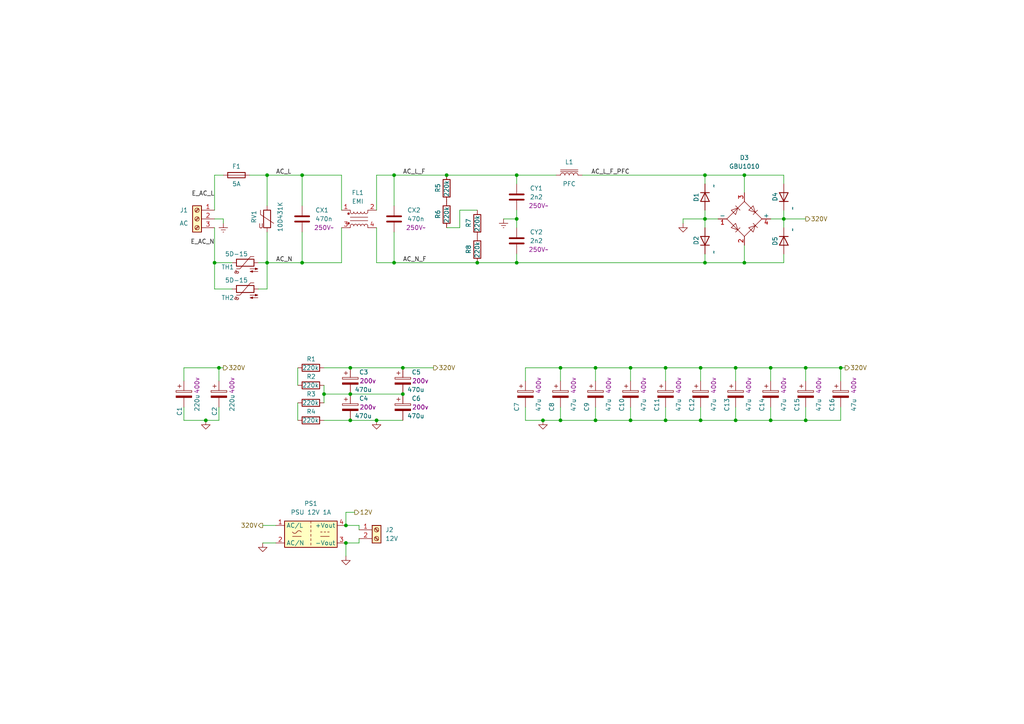
<source format=kicad_sch>
(kicad_sch (version 20211123) (generator eeschema)
  (paper "A4")
  (title_block (title "psu-500-pri") (date "2023-08-14") (rev "v1.0.p1") (company "makerspace.lt"))
  (lib_symbols
    (symbol "-local:Earth" (power) (pin_numbers hide) (pin_names (offset 0) hide)
      (symbol "Earth_0_1"
        (polyline (pts (xy -0.635 -1.905) (xy 0.635 -1.905)))
        (polyline (pts (xy -0.127 -2.54) (xy 0.127 -2.54)))
        (polyline (pts (xy 0 -1.27) (xy 0 0)))
        (polyline (pts (xy 1.27 -1.27) (xy -1.27 -1.27)))
      )
      (symbol "Earth_1_1"
        (pin power_in line (at 0 0 270) (length 0) hide (name "Earth") (number "1"))
      )
    )
    (symbol "-local:GND" (power) (pin_numbers hide) (pin_names (offset 0) hide)
      (property "Value" "GND" (at 0 -3.81 0))
      (symbol "GND_0_1"
        (polyline (pts (xy 0 0) (xy 0 -1.27) (xy 1.27 -1.27) (xy 0 -2.54) (xy -1.27 -1.27) (xy 0 -1.27)))
      )
      (symbol "GND_1_1"
        (pin power_in line (at 0 0 270) (length 0) hide (name "GND") (number "1"))
      )
    )
    (symbol "1N5408_1" (pin_numbers hide) (pin_names hide)
      (property "Reference" "D" (at 0 2.54 0))
      (property "Value" "1N5408_1" (at 0 -2.54 0))
      (symbol "1N5408_1_0_1"
        (polyline (pts (xy -1.27 1.27) (xy -1.27 -1.27)) (stroke (width 0.254)))
        (polyline (pts (xy 1.27 0) (xy -1.27 0)))
        (polyline (pts (xy 1.27 1.27) (xy 1.27 -1.27) (xy -1.27 0) (xy 1.27 1.27)) (stroke (width 0.254)))
      )
      (symbol "1N5408_1_1_1"
        (pin passive line (at -3.81 0 0) (length 2.54) (name "K") (number "1"))
        (pin passive line (at 3.81 0 180) (length 2.54) (name "A") (number "2"))
      )
    )
    (symbol "1N5408_2" (pin_numbers hide) (pin_names hide)
      (property "Reference" "D" (at 0 2.54 0))
      (property "Value" "1N5408_2" (at 0 -2.54 0))
      (symbol "1N5408_2_0_1"
        (polyline (pts (xy -1.27 1.27) (xy -1.27 -1.27)) (stroke (width 0.254)))
        (polyline (pts (xy 1.27 0) (xy -1.27 0)))
        (polyline (pts (xy 1.27 1.27) (xy 1.27 -1.27) (xy -1.27 0) (xy 1.27 1.27)) (stroke (width 0.254)))
      )
      (symbol "1N5408_2_1_1"
        (pin passive line (at -3.81 0 0) (length 2.54) (name "K") (number "1"))
        (pin passive line (at 3.81 0 180) (length 2.54) (name "A") (number "2"))
      )
    )
    (symbol "1N5408_3" (pin_numbers hide) (pin_names hide)
      (property "Reference" "D" (at 0 2.54 0))
      (property "Value" "1N5408_3" (at 0 -2.54 0))
      (symbol "1N5408_3_0_1"
        (polyline (pts (xy -1.27 1.27) (xy -1.27 -1.27)) (stroke (width 0.254)))
        (polyline (pts (xy 1.27 0) (xy -1.27 0)))
        (polyline (pts (xy 1.27 1.27) (xy 1.27 -1.27) (xy -1.27 0) (xy 1.27 1.27)) (stroke (width 0.254)))
      )
      (symbol "1N5408_3_1_1"
        (pin passive line (at -3.81 0 0) (length 2.54) (name "K") (number "1"))
        (pin passive line (at 3.81 0 180) (length 2.54) (name "A") (number "2"))
      )
    )
    (symbol "Connector:Screw_Terminal_01x02" (pin_names (offset 1.016) hide)
      (property "Reference" "J" (at 0 2.54 0))
      (property "Value" "Screw_Terminal_01x02" (at 0 -5.08 0))
      (symbol "Screw_Terminal_01x02_1_1"
        (rectangle (start -1.27 1.27) (end 1.27 -3.81) (stroke (width 0.254)) (fill (type background)))
        (circle (center 0 -2.54) (radius 0.635) (stroke (width 0.1524)))
        (polyline (pts (xy -0.5334 -2.2098) (xy 0.3302 -3.048)) (stroke (width 0.1524)))
        (polyline (pts (xy -0.5334 0.3302) (xy 0.3302 -0.508)) (stroke (width 0.1524)))
        (polyline (pts (xy -0.3556 -2.032) (xy 0.508 -2.8702)) (stroke (width 0.1524)))
        (polyline (pts (xy -0.3556 0.508) (xy 0.508 -0.3302)) (stroke (width 0.1524)))
        (circle (center 0 0) (radius 0.635) (stroke (width 0.1524)))
        (pin passive line (at -5.08 0 0) (length 3.81) (name "Pin_1") (number "1"))
        (pin passive line (at -5.08 -2.54 0) (length 3.81) (name "Pin_2") (number "2"))
      )
    )
    (symbol "Connector:Screw_Terminal_01x03" (pin_names (offset 1.016) hide)
      (property "Reference" "J" (at 0 5.08 0))
      (property "Value" "Screw_Terminal_01x03" (at 0 -5.08 0))
      (symbol "Screw_Terminal_01x03_1_1"
        (rectangle (start -1.27 3.81) (end 1.27 -3.81) (stroke (width 0.254)) (fill (type background)))
        (circle (center 0 -2.54) (radius 0.635) (stroke (width 0.1524)))
        (polyline (pts (xy -0.5334 -2.2098) (xy 0.3302 -3.048)) (stroke (width 0.1524)))
        (polyline (pts (xy -0.5334 0.3302) (xy 0.3302 -0.508)) (stroke (width 0.1524)))
        (polyline (pts (xy -0.5334 2.8702) (xy 0.3302 2.032)) (stroke (width 0.1524)))
        (polyline (pts (xy -0.3556 -2.032) (xy 0.508 -2.8702)) (stroke (width 0.1524)))
        (polyline (pts (xy -0.3556 0.508) (xy 0.508 -0.3302)) (stroke (width 0.1524)))
        (polyline (pts (xy -0.3556 3.048) (xy 0.508 2.2098)) (stroke (width 0.1524)))
        (circle (center 0 0) (radius 0.635) (stroke (width 0.1524)))
        (circle (center 0 2.54) (radius 0.635) (stroke (width 0.1524)))
        (pin passive line (at -5.08 2.54 0) (length 3.81) (name "Pin_1") (number "1"))
        (pin passive line (at -5.08 0 0) (length 3.81) (name "Pin_2") (number "2"))
        (pin passive line (at -5.08 -2.54 0) (length 3.81) (name "Pin_3") (number "3"))
      )
    )
    (symbol "Converter_ACDC:HLK-PM01"
      (property "Reference" "PS" (at 0 5.08 0))
      (property "Value" "HLK-PM01" (at 0 -5.08 0))
      (symbol "HLK-PM01_0_1"
        (rectangle (start -7.62 3.81) (end 7.62 -3.81) (stroke (width 0.254)) (fill (type background)))
        (arc (start -5.334 0.635) (mid -4.699 0.2495) (end -4.064 0.635))
        (arc (start -2.794 0.635) (mid -3.429 1.0072) (end -4.064 0.635))
        (polyline (pts (xy -5.334 -0.635) (xy -2.794 -0.635)))
        (polyline (pts (xy 0 -2.54) (xy 0 -3.175)))
        (polyline (pts (xy 0 -1.27) (xy 0 -1.905)))
        (polyline (pts (xy 0 0) (xy 0 -0.635)))
        (polyline (pts (xy 0 1.27) (xy 0 0.635)))
        (polyline (pts (xy 0 2.54) (xy 0 1.905)))
        (polyline (pts (xy 0 3.81) (xy 0 3.175)))
        (polyline (pts (xy 2.794 -0.635) (xy 5.334 -0.635)))
        (polyline (pts (xy 2.794 0.635) (xy 3.302 0.635)))
        (polyline (pts (xy 3.81 0.635) (xy 4.318 0.635)))
        (polyline (pts (xy 4.826 0.635) (xy 5.334 0.635)))
      )
      (symbol "HLK-PM01_1_1"
        (pin power_in line (at -10.16 2.54 0) (length 2.54) (name "AC/L") (number "1"))
        (pin power_in line (at -10.16 -2.54 0) (length 2.54) (name "AC/N") (number "2"))
        (pin power_out line (at 10.16 -2.54 180) (length 2.54) (name "-Vout") (number "3"))
        (pin power_out line (at 10.16 2.54 180) (length 2.54) (name "+Vout") (number "4"))
      )
    )
    (symbol "Device:C" (pin_numbers hide) (pin_names (offset 0.254))
      (property "Reference" "C" (at 0.635 2.54 0))
      (property "Value" "C" (at 0.635 -2.54 0))
      (symbol "C_0_1"
        (polyline (pts (xy -2.032 -0.762) (xy 2.032 -0.762)) (stroke (width 0.508)))
        (polyline (pts (xy -2.032 0.762) (xy 2.032 0.762)) (stroke (width 0.508)))
      )
      (symbol "C_1_1"
        (pin passive line (at 0 3.81 270) (length 2.794) (name "~") (number "1"))
        (pin passive line (at 0 -3.81 90) (length 2.794) (name "~") (number "2"))
      )
    )
    (symbol "Device:C_Polarized" (pin_numbers hide) (pin_names (offset 0.254))
      (property "Reference" "C" (at 0.635 2.54 0))
      (property "Value" "C_Polarized" (at 0.635 -2.54 0))
      (symbol "C_Polarized_0_1"
        (rectangle (start -2.286 0.508) (end 2.286 1.016))
        (polyline (pts (xy -1.778 2.286) (xy -0.762 2.286)))
        (polyline (pts (xy -1.27 2.794) (xy -1.27 1.778)))
        (rectangle (start 2.286 -0.508) (end -2.286 -1.016) (fill (type outline)))
      )
      (symbol "C_Polarized_1_1"
        (pin passive line (at 0 3.81 270) (length 2.794) (name "~") (number "1"))
        (pin passive line (at 0 -3.81 90) (length 2.794) (name "~") (number "2"))
      )
    )
    (symbol "Device:Filter_EMI_CommonMode" (pin_names (offset 0.254) hide)
      (property "Reference" "FL" (at 0 4.445 0))
      (property "Value" "Filter_EMI_CommonMode" (at 0 -4.445 0))
      (symbol "Filter_EMI_CommonMode_0_1"
        (circle (center -3.048 -1.27) (radius 0.254) (fill (type outline)))
        (circle (center -3.048 1.524) (radius 0.254) (fill (type outline)))
        (arc (start -2.54 2.032) (mid -2.032 1.524) (end -1.524 2.032))
        (arc (start -1.524 -2.032) (mid -2.032 -1.524) (end -2.54 -2.032))
        (arc (start -1.524 2.032) (mid -1.016 1.524) (end -0.508 2.032))
        (arc (start -0.508 -2.032) (mid -1.016 -1.524) (end -1.524 -2.032))
        (arc (start -0.508 2.032) (mid 0 1.524) (end 0.508 2.032))
        (polyline (pts (xy -2.54 -2.032) (xy -2.54 -2.54)))
        (polyline (pts (xy -2.54 0.508) (xy 2.54 0.508)))
        (polyline (pts (xy -2.54 2.032) (xy -2.54 2.54)))
        (polyline (pts (xy 2.54 -2.032) (xy 2.54 -2.54)))
        (polyline (pts (xy 2.54 -0.508) (xy -2.54 -0.508)))
        (polyline (pts (xy 2.54 2.54) (xy 2.54 2.032)))
        (arc (start 0.508 -2.032) (mid 0 -1.524) (end -0.508 -2.032))
        (arc (start 0.508 2.032) (mid 1.016 1.524) (end 1.524 2.032))
        (arc (start 1.524 -2.032) (mid 1.016 -1.524) (end 0.508 -2.032))
        (arc (start 1.524 2.032) (mid 2.032 1.524) (end 2.54 2.032))
        (arc (start 2.54 -2.032) (mid 2.032 -1.524) (end 1.524 -2.032))
      )
      (symbol "Filter_EMI_CommonMode_1_1"
        (pin passive line (at -5.08 2.54 0) (length 2.54) (name "1") (number "1"))
        (pin passive line (at 5.08 2.54 180) (length 2.54) (name "2") (number "2"))
        (pin passive line (at -5.08 -2.54 0) (length 2.54) (name "3") (number "3"))
        (pin passive line (at 5.08 -2.54 180) (length 2.54) (name "4") (number "4"))
      )
    )
    (symbol "Device:Fuse" (pin_numbers hide) (pin_names (offset 0))
      (property "Reference" "F" (at 2.032 0 90))
      (property "Value" "Fuse" (at -1.905 0 90))
      (symbol "Fuse_0_1"
        (rectangle (start -0.762 -2.54) (end 0.762 2.54) (stroke (width 0.254)))
        (polyline (pts (xy 0 2.54) (xy 0 -2.54)))
      )
      (symbol "Fuse_1_1"
        (pin passive line (at 0 3.81 270) (length 1.27) (name "~") (number "1"))
        (pin passive line (at 0 -3.81 90) (length 1.27) (name "~") (number "2"))
      )
    )
    (symbol "Device:L_Iron" (pin_numbers hide) (pin_names (offset 1.016) hide)
      (property "Reference" "L" (at -1.27 0 90))
      (property "Value" "L_Iron" (at 2.794 0 90))
      (symbol "L_Iron_0_1"
        (arc (start 0 -2.54) (mid 0.635 -1.905) (end 0 -1.27))
        (arc (start 0 -1.27) (mid 0.635 -0.635) (end 0 0))
        (polyline (pts (xy 1.016 2.54) (xy 1.016 -2.54)))
        (polyline (pts (xy 1.524 -2.54) (xy 1.524 2.54)))
        (arc (start 0 0) (mid 0.635 0.635) (end 0 1.27))
        (arc (start 0 1.27) (mid 0.635 1.905) (end 0 2.54))
      )
      (symbol "L_Iron_1_1"
        (pin passive line (at 0 3.81 270) (length 1.27) (name "1") (number "1"))
        (pin passive line (at 0 -3.81 90) (length 1.27) (name "2") (number "2"))
      )
    )
    (symbol "Device:R" (pin_numbers hide) (pin_names (offset 0))
      (property "Reference" "R" (at 2.032 0 90))
      (property "Value" "R" (at 0 0 90))
      (symbol "R_0_1"
        (rectangle (start -1.016 -2.54) (end 1.016 2.54) (stroke (width 0.254)))
      )
      (symbol "R_1_1"
        (pin passive line (at 0 3.81 270) (length 1.27) (name "~") (number "1"))
        (pin passive line (at 0 -3.81 90) (length 1.27) (name "~") (number "2"))
      )
    )
    (symbol "Device:Thermistor_NTC" (pin_numbers hide) (pin_names (offset 0))
      (property "Reference" "TH" (at -4.445 0 90))
      (property "Value" "Thermistor_NTC" (at 3.175 0 90))
      (symbol "Thermistor_NTC_0_1"
        (arc (start -3.048 2.159) (mid -3.0495 2.3143) (end -3.175 2.413))
        (arc (start -3.048 2.159) (mid -2.9736 1.9794) (end -2.794 1.905))
        (arc (start -3.048 2.794) (mid -2.9736 2.6144) (end -2.794 2.54))
        (arc (start -2.794 1.905) (mid -2.6144 1.9794) (end -2.54 2.159))
        (arc (start -2.794 2.54) (mid -2.4393 2.5587) (end -2.159 2.794))
        (arc (start -2.794 3.048) (mid -2.9736 2.9736) (end -3.048 2.794))
        (arc (start -2.54 2.794) (mid -2.6144 2.9736) (end -2.794 3.048))
        (rectangle (start -1.016 2.54) (end 1.016 -2.54) (stroke (width 0.254)))
        (polyline (pts (xy -2.54 2.159) (xy -2.54 2.794)))
        (polyline (pts (xy -1.778 2.54) (xy -1.778 1.524) (xy 1.778 -1.524) (xy 1.778 -2.54)))
        (polyline (pts (xy -2.54 -3.683) (xy -2.54 -1.397) (xy -2.794 -2.159) (xy -2.286 -2.159) (xy -2.54 -1.397) (xy -2.54 -1.651)) (fill (type outline)))
        (polyline (pts (xy -1.778 -1.397) (xy -1.778 -3.683) (xy -2.032 -2.921) (xy -1.524 -2.921) (xy -1.778 -3.683) (xy -1.778 -3.429)) (fill (type outline)))
      )
      (symbol "Thermistor_NTC_1_1"
        (pin passive line (at 0 3.81 270) (length 1.27) (name "~") (number "1"))
        (pin passive line (at 0 -3.81 90) (length 1.27) (name "~") (number "2"))
      )
    )
    (symbol "Device:Varistor" (pin_numbers hide) (pin_names (offset 0))
      (property "Reference" "RV" (at 3.175 0 90))
      (property "Value" "Varistor" (at -3.175 0 90))
      (symbol "Varistor_0_0"
        (text "U" (at -1.778 -2.032 0) (effects (font (size 1.27 1.27))))
      )
      (symbol "Varistor_0_1"
        (rectangle (start -1.016 -2.54) (end 1.016 2.54) (stroke (width 0.254)))
        (polyline (pts (xy -1.905 2.54) (xy -1.905 1.27) (xy 1.905 -1.27)))
      )
      (symbol "Varistor_1_1"
        (pin passive line (at 0 3.81 270) (length 1.27) (name "~") (number "1"))
        (pin passive line (at 0 -3.81 90) (length 1.27) (name "~") (number "2"))
      )
    )
    (symbol "Diode:1N5408" (pin_numbers hide) (pin_names hide)
      (property "Reference" "D" (at 0 2.54 0))
      (property "Value" "1N5408" (at 0 -2.54 0))
      (symbol "1N5408_0_1"
        (polyline (pts (xy -1.27 1.27) (xy -1.27 -1.27)) (stroke (width 0.254)))
        (polyline (pts (xy 1.27 0) (xy -1.27 0)))
        (polyline (pts (xy 1.27 1.27) (xy 1.27 -1.27) (xy -1.27 0) (xy 1.27 1.27)) (stroke (width 0.254)))
      )
      (symbol "1N5408_1_1"
        (pin passive line (at -3.81 0 0) (length 2.54) (name "K") (number "1"))
        (pin passive line (at 3.81 0 180) (length 2.54) (name "A") (number "2"))
      )
    )
    (symbol "Diode_Bridge:B40C2300-1500A" (pin_names (offset 0))
      (property "Reference" "D" (at 2.54 6.985 0))
      (property "Value" "B40C2300-1500A" (at 2.54 5.08 0))
      (symbol "B40C2300-1500A_0_1"
        (polyline (pts (xy -2.54 3.81) (xy -1.27 2.54)))
        (polyline (pts (xy -1.27 -2.54) (xy -2.54 -3.81)))
        (polyline (pts (xy 2.54 -1.27) (xy 3.81 -2.54)))
        (polyline (pts (xy 2.54 1.27) (xy 3.81 2.54)))
        (polyline (pts (xy -3.81 2.54) (xy -2.54 1.27) (xy -1.905 3.175) (xy -3.81 2.54)))
        (polyline (pts (xy -2.54 -1.27) (xy -3.81 -2.54) (xy -1.905 -3.175) (xy -2.54 -1.27)))
        (polyline (pts (xy 1.27 2.54) (xy 2.54 3.81) (xy 3.175 1.905) (xy 1.27 2.54)))
        (polyline (pts (xy 3.175 -1.905) (xy 1.27 -2.54) (xy 2.54 -3.81) (xy 3.175 -1.905)))
        (polyline (pts (xy -5.08 0) (xy 0 -5.08) (xy 5.08 0) (xy 0 5.08) (xy -5.08 0)))
      )
      (symbol "B40C2300-1500A_1_1"
        (pin passive line (at -7.62 0 0) (length 2.54) (name "-") (number "1"))
        (pin passive line (at 0 7.62 270) (length 2.54) (name "~") (number "2"))
        (pin passive line (at 0 -7.62 90) (length 2.54) (name "~") (number "3"))
        (pin passive line (at 7.62 0 180) (length 2.54) (name "+") (number "4"))
      )
    )
  )
  (junction (at 193.04 106.68))
  (junction (at 114.3 76.2))
  (junction (at 203.2 106.68))
  (junction (at 100.33 157.48))
  (junction (at 63.5 106.68))
  (junction (at 233.68 121.92))
  (junction (at 243.84 106.68))
  (junction (at 116.84 106.68))
  (junction (at 182.88 121.92))
  (junction (at 223.52 106.68))
  (junction (at 101.6 121.92))
  (junction (at 62.23 76.2))
  (junction (at 162.56 106.68))
  (junction (at 172.72 106.68))
  (junction (at 138.43 76.2))
  (junction (at 182.88 106.68))
  (junction (at 59.69 121.92))
  (junction (at 149.86 63.5))
  (junction (at 101.6 114.3))
  (junction (at 100.33 152.4))
  (junction (at 204.47 50.8))
  (junction (at 101.6 106.68))
  (junction (at 215.9 50.8))
  (junction (at 193.04 121.92))
  (junction (at 223.52 121.92))
  (junction (at 204.47 63.5))
  (junction (at 109.22 121.92))
  (junction (at 149.86 50.8))
  (junction (at 87.63 50.8))
  (junction (at 77.47 50.8))
  (junction (at 149.86 76.2))
  (junction (at 213.36 106.68))
  (junction (at 203.2 121.92))
  (junction (at 215.9 76.2))
  (junction (at 233.68 106.68))
  (junction (at 93.98 114.3))
  (junction (at 116.84 114.3))
  (junction (at 172.72 121.92))
  (junction (at 204.47 76.2))
  (junction (at 129.54 50.8))
  (junction (at 157.48 121.92))
  (junction (at 77.47 76.2))
  (junction (at 213.36 121.92))
  (junction (at 227.33 63.5))
  (junction (at 162.56 121.92))
  (junction (at 114.3 50.8))
  (junction (at 87.63 76.2))
  (wire (pts (xy 243.84 121.92) (xy 243.84 118.11)))
  (wire (pts (xy 109.22 76.2) (xy 109.22 66.04)))
  (wire (pts (xy 114.3 76.2) (xy 109.22 76.2)))
  (wire (pts (xy 67.31 83.82) (xy 62.23 83.82)))
  (wire (pts (xy 133.35 66.04) (xy 129.54 66.04)))
  (wire (pts (xy 182.88 118.11) (xy 182.88 121.92)))
  (wire (pts (xy 99.06 76.2) (xy 87.63 76.2)))
  (wire (pts (xy 204.47 50.8) (xy 204.47 53.34)))
  (wire (pts (xy 99.06 50.8) (xy 87.63 50.8)))
  (wire (pts (xy 64.77 50.8) (xy 62.23 50.8)))
  (wire (pts (xy 157.48 121.92) (xy 162.56 121.92)))
  (wire (pts (xy 243.84 106.68) (xy 243.84 110.49)))
  (wire (pts (xy 63.5 118.11) (xy 63.5 121.92)))
  (wire (pts (xy 53.34 110.49) (xy 53.34 106.68)))
  (wire (pts (xy 104.14 153.67) (xy 104.14 152.4)))
  (wire (pts (xy 223.52 106.68) (xy 223.52 110.49)))
  (wire (pts (xy 138.43 60.96) (xy 133.35 60.96)))
  (wire (pts (xy 204.47 66.04) (xy 204.47 63.5)))
  (wire (pts (xy 149.86 76.2) (xy 138.43 76.2)))
  (wire (pts (xy 204.47 76.2) (xy 204.47 73.66)))
  (wire (pts (xy 213.36 118.11) (xy 213.36 121.92)))
  (wire (pts (xy 162.56 106.68) (xy 162.56 110.49)))
  (wire (pts (xy 204.47 60.96) (xy 204.47 63.5)))
  (wire (pts (xy 101.6 106.68) (xy 116.84 106.68)))
  (wire (pts (xy 76.2 152.4) (xy 80.01 152.4)))
  (wire (pts (xy 203.2 106.68) (xy 203.2 110.49)))
  (wire (pts (xy 62.23 83.82) (xy 62.23 76.2)))
  (wire (pts (xy 149.86 53.34) (xy 149.86 50.8)))
  (wire (pts (xy 62.23 63.5) (xy 64.77 63.5)))
  (wire (pts (xy 243.84 106.68) (xy 245.11 106.68)))
  (wire (pts (xy 93.98 111.76) (xy 93.98 114.3)))
  (wire (pts (xy 152.4 110.49) (xy 152.4 106.68)))
  (wire (pts (xy 109.22 121.92) (xy 116.84 121.92)))
  (wire (pts (xy 233.68 63.5) (xy 227.33 63.5)))
  (wire (pts (xy 149.86 50.8) (xy 129.54 50.8)))
  (wire (pts (xy 182.88 121.92) (xy 193.04 121.92)))
  (wire (pts (xy 77.47 50.8) (xy 77.47 59.69)))
  (wire (pts (xy 77.47 76.2) (xy 87.63 76.2)))
  (wire (pts (xy 99.06 66.04) (xy 99.06 76.2)))
  (wire (pts (xy 193.04 121.92) (xy 203.2 121.92)))
  (wire (pts (xy 149.86 63.5) (xy 149.86 66.04)))
  (wire (pts (xy 74.93 76.2) (xy 77.47 76.2)))
  (wire (pts (xy 215.9 76.2) (xy 227.33 76.2)))
  (wire (pts (xy 114.3 50.8) (xy 114.3 59.69)))
  (wire (pts (xy 93.98 114.3) (xy 101.6 114.3)))
  (wire (pts (xy 204.47 63.5) (xy 208.28 63.5)))
  (wire (pts (xy 76.2 157.48) (xy 80.01 157.48)))
  (wire (pts (xy 203.2 106.68) (xy 213.36 106.68)))
  (wire (pts (xy 168.91 50.8) (xy 204.47 50.8)))
  (wire (pts (xy 193.04 118.11) (xy 193.04 121.92)))
  (wire (pts (xy 193.04 106.68) (xy 193.04 110.49)))
  (wire (pts (xy 149.86 76.2) (xy 204.47 76.2)))
  (wire (pts (xy 62.23 50.8) (xy 62.23 60.96)))
  (wire (pts (xy 87.63 50.8) (xy 87.63 59.69)))
  (wire (pts (xy 109.22 60.96) (xy 109.22 50.8)))
  (wire (pts (xy 104.14 156.21) (xy 104.14 157.48)))
  (wire (pts (xy 133.35 60.96) (xy 133.35 66.04)))
  (wire (pts (xy 233.68 106.68) (xy 243.84 106.68)))
  (wire (pts (xy 104.14 157.48) (xy 100.33 157.48)))
  (wire (pts (xy 172.72 121.92) (xy 182.88 121.92)))
  (wire (pts (xy 99.06 60.96) (xy 99.06 50.8)))
  (wire (pts (xy 204.47 76.2) (xy 215.9 76.2)))
  (wire (pts (xy 86.36 106.68) (xy 86.36 111.76)))
  (wire (pts (xy 77.47 83.82) (xy 77.47 76.2)))
  (wire (pts (xy 152.4 121.92) (xy 157.48 121.92)))
  (wire (pts (xy 213.36 121.92) (xy 223.52 121.92)))
  (wire (pts (xy 93.98 114.3) (xy 93.98 116.84)))
  (wire (pts (xy 59.69 121.92) (xy 53.34 121.92)))
  (wire (pts (xy 138.43 76.2) (xy 114.3 76.2)))
  (wire (pts (xy 162.56 106.68) (xy 172.72 106.68)))
  (wire (pts (xy 172.72 106.68) (xy 182.88 106.68)))
  (wire (pts (xy 213.36 106.68) (xy 223.52 106.68)))
  (wire (pts (xy 233.68 121.92) (xy 243.84 121.92)))
  (wire (pts (xy 152.4 118.11) (xy 152.4 121.92)))
  (wire (pts (xy 172.72 118.11) (xy 172.72 121.92)))
  (wire (pts (xy 62.23 66.04) (xy 62.23 76.2)))
  (wire (pts (xy 233.68 118.11) (xy 233.68 121.92)))
  (wire (pts (xy 53.34 118.11) (xy 53.34 121.92)))
  (wire (pts (xy 215.9 50.8) (xy 227.33 50.8)))
  (wire (pts (xy 223.52 118.11) (xy 223.52 121.92)))
  (wire (pts (xy 203.2 121.92) (xy 213.36 121.92)))
  (wire (pts (xy 204.47 63.5) (xy 198.12 63.5)))
  (wire (pts (xy 149.86 50.8) (xy 161.29 50.8)))
  (wire (pts (xy 146.05 63.5) (xy 149.86 63.5)))
  (wire (pts (xy 204.47 50.8) (xy 215.9 50.8)))
  (wire (pts (xy 172.72 106.68) (xy 172.72 110.49)))
  (wire (pts (xy 109.22 50.8) (xy 114.3 50.8)))
  (wire (pts (xy 198.12 63.5) (xy 198.12 64.77)))
  (wire (pts (xy 223.52 63.5) (xy 227.33 63.5)))
  (wire (pts (xy 162.56 121.92) (xy 172.72 121.92)))
  (wire (pts (xy 100.33 148.59) (xy 100.33 152.4)))
  (wire (pts (xy 86.36 116.84) (xy 86.36 121.92)))
  (wire (pts (xy 162.56 121.92) (xy 162.56 118.11)))
  (wire (pts (xy 93.98 106.68) (xy 101.6 106.68)))
  (wire (pts (xy 182.88 106.68) (xy 193.04 106.68)))
  (wire (pts (xy 64.77 63.5) (xy 64.77 64.77)))
  (wire (pts (xy 74.93 83.82) (xy 77.47 83.82)))
  (wire (pts (xy 87.63 67.31) (xy 87.63 76.2)))
  (wire (pts (xy 223.52 106.68) (xy 233.68 106.68)))
  (wire (pts (xy 114.3 50.8) (xy 129.54 50.8)))
  (wire (pts (xy 93.98 121.92) (xy 101.6 121.92)))
  (wire (pts (xy 149.86 60.96) (xy 149.86 63.5)))
  (wire (pts (xy 215.9 50.8) (xy 215.9 55.88)))
  (wire (pts (xy 223.52 121.92) (xy 233.68 121.92)))
  (wire (pts (xy 125.73 106.68) (xy 116.84 106.68)))
  (wire (pts (xy 101.6 121.92) (xy 109.22 121.92)))
  (wire (pts (xy 213.36 106.68) (xy 213.36 110.49)))
  (wire (pts (xy 63.5 106.68) (xy 63.5 110.49)))
  (wire (pts (xy 114.3 67.31) (xy 114.3 76.2)))
  (wire (pts (xy 101.6 114.3) (xy 116.84 114.3)))
  (wire (pts (xy 53.34 106.68) (xy 63.5 106.68)))
  (wire (pts (xy 77.47 67.31) (xy 77.47 76.2)))
  (wire (pts (xy 227.33 60.96) (xy 227.33 63.5)))
  (wire (pts (xy 203.2 118.11) (xy 203.2 121.92)))
  (wire (pts (xy 193.04 106.68) (xy 203.2 106.68)))
  (wire (pts (xy 72.39 50.8) (xy 77.47 50.8)))
  (wire (pts (xy 100.33 161.29) (xy 100.33 157.48)))
  (wire (pts (xy 182.88 106.68) (xy 182.88 110.49)))
  (wire (pts (xy 152.4 106.68) (xy 162.56 106.68)))
  (wire (pts (xy 77.47 50.8) (xy 87.63 50.8)))
  (wire (pts (xy 233.68 106.68) (xy 233.68 110.49)))
  (wire (pts (xy 63.5 121.92) (xy 59.69 121.92)))
  (wire (pts (xy 227.33 76.2) (xy 227.33 73.66)))
  (wire (pts (xy 215.9 76.2) (xy 215.9 71.12)))
  (wire (pts (xy 67.31 76.2) (xy 62.23 76.2)))
  (wire (pts (xy 227.33 66.04) (xy 227.33 63.5)))
  (wire (pts (xy 149.86 73.66) (xy 149.86 76.2)))
  (wire (pts (xy 63.5 106.68) (xy 64.77 106.68)))
  (wire (pts (xy 104.14 152.4) (xy 100.33 152.4)))
  (wire (pts (xy 102.87 148.59) (xy 100.33 148.59)))
  (wire (pts (xy 227.33 50.8) (xy 227.33 53.34)))
  (label "E_AC_L" (at 62.23 57.15 180))
  (label "AC_L_F_PFC" (at 171.45 50.8 0))
  (label "E_AC_N" (at 62.23 71.12 180))
  (label "AC_N_F" (at 116.84 76.2 0))
  (label "AC_L" (at 80.01 50.8 0))
  (label "AC_L_F" (at 116.84 50.8 0))
  (label "AC_N" (at 80.01 76.2 0))
  (hierarchical_label "320V" (shape output) (at 64.77 106.68 0))
  (hierarchical_label "320V" (shape output) (at 245.11 106.68 0))
  (hierarchical_label "320V" (shape output) (at 125.73 106.68 0))
  (hierarchical_label "320V" (shape output) (at 233.68 63.5 0))
  (hierarchical_label "320V" (shape output) (at 76.2 152.4 180))
  (hierarchical_label "12V" (shape output) (at 102.87 148.59 0))
  (symbol (lib_id "Device:C_Polarized") (at 116.84 118.11 0) (unit 1) (on_board no)
    (property "Reference" "C6" (at 119.38 115.57 0) (effects (justify left)))
    (property "Value" "470u" (at 118.11 120.65 0) (effects (justify left)))
    (property "Footprint" "Capacitor_THT:CP_Radial_D24.0mm_P10.00mm_SnapIn" (effects hide))
    (property "Value2" "200v" (at 121.92 118.11 0))
  )
  (symbol (lib_id "-local:GND") (at 59.69 121.92 0) (unit 1)
    (property "Reference" "#PWR03" (effects hide))
    (property "Value" "GND" (effects hide))
  )
  (symbol (lib_id "Device:C_Polarized") (at 223.52 114.3 0) (unit 1)
    (property "Reference" "C14" (at 220.98 119.38 90) (effects (justify left)))
    (property "Value" "47u" (at 227.33 119.38 90) (effects (justify left)))
    (property "Footprint" "Capacitor_THT:CP_Radial_D16.0mm_P7.50mm" (effects hide))
    (property "Value2" "400v" (at 227.33 111.76 90))
  )
  (symbol (lib_id "Device:C_Polarized") (at 63.5 114.3 0) (unit 1) (on_board no)
    (property "Reference" "C2" (at 62.23 120.65 90) (effects (justify left)))
    (property "Value" "220u" (at 67.31 119.38 90) (effects (justify left)))
    (property "Footprint" "Capacitor_THT:CP_Radial_D30.0mm_P10.00mm_SnapIn" (effects hide))
    (property "Value2" "400v" (at 67.31 111.76 90))
  )
  (symbol (lib_id "Device:R") (at 90.17 106.68 270) (unit 1)
    (property "Reference" "R1" (at 88.9 104.14 90) (effects (justify left)))
    (property "Value" "220k" (at 87.63 106.68 90) (effects (justify left)))
    (property "Footprint" "Resistor_SMD:R_0805_2012Metric_Pad1.20x1.40mm_HandSolder" (effects hide))
  )
  (symbol (lib_id "Connector:Screw_Terminal_01x03") (at 57.15 63.5 0) (mirror y) (unit 1)
    (property "Reference" "J1" (at 53.34 60.96 0))
    (property "Value" "AC" (at 53.34 64.77 0))
    (property "Footprint" "TerminalBlock_Phoenix:TerminalBlock_Phoenix_MKDS-1,5-3_1x03_P5.00mm_Horizontal" (effects hide))
  )
  (symbol (lib_id "-local:GND") (at 109.22 121.92 0) (unit 1)
    (property "Reference" "#PWR07" (effects hide))
    (property "Value" "GND" (effects hide))
  )
  (symbol (lib_id "Diode:1N5408") (at 204.47 57.15 270) (unit 1)
    (property "Reference" "D1" (at 201.93 55.88 0) (effects (justify left)))
    (property "Value" "~" (at 207.01 53.34 0) (effects (justify left)))
    (property "Footprint" "Diode_THT:D_DO-201AD_P15.24mm_Horizontal" (effects hide))
  )
  (symbol (lib_id "Device:Varistor") (at 77.47 63.5 0) (unit 1)
    (property "Reference" "RV1" (at 73.66 64.77 90) (effects (justify left)))
    (property "Value" "10D431K" (at 81.28 67.31 90) (effects (justify left)))
    (property "Footprint" "Varistor:RV_Disc_D12mm_W5.4mm_P7.5mm" (effects hide))
    (property "Datasheet" "https://datasheet.lcsc.com/lcsc/2304140030_COV-10D431K_C317794.pdf" (effects hide))
    (property "LCSC#" "C317794" (effects hide))
  )
  (symbol (lib_id "Device:C_Polarized") (at 101.6 110.49 0) (unit 1) (on_board no)
    (property "Reference" "C3" (at 104.14 107.95 0) (effects (justify left)))
    (property "Value" "470u" (at 102.87 113.03 0) (effects (justify left)))
    (property "Footprint" "Capacitor_THT:CP_Radial_D24.0mm_P10.00mm_SnapIn" (effects hide))
    (property "Value2" "200v" (at 106.68 110.49 0))
  )
  (symbol (lib_id "-local:Earth") (at 146.05 63.5 0) (unit 1)
    (property "Reference" "#PWR08" (effects hide))
    (property "Value" "Earth" (effects hide))
  )
  (symbol (lib_id "Device:C") (at 114.3 63.5 0) (unit 1)
    (property "Reference" "CX2" (at 118.11 60.96 0) (effects (justify left)))
    (property "Value" "470n" (at 118.11 63.5 0) (effects (justify left)))
    (property "Footprint" "Capacitor_THT:C_Rect_L19.0mm_W9.0mm_P15.00mm_MKS4" (effects hide))
    (property "Datasheet" "https://datasheet.lcsc.com/lcsc/C5454415.pdf" (effects hide))
    (property "Value2" "250V~" (at 120.65 66.04 0))
    (property "LCSC#" "C5454415" (effects hide))
  )
  (symbol (lib_id "Device:C_Polarized") (at 203.2 114.3 0) (unit 1)
    (property "Reference" "C12" (at 200.66 119.38 90) (effects (justify left)))
    (property "Value" "47u" (at 207.01 119.38 90) (effects (justify left)))
    (property "Footprint" "Capacitor_THT:CP_Radial_D16.0mm_P7.50mm" (effects hide))
    (property "Value2" "400v" (at 207.01 111.76 90))
  )
  (symbol (lib_id "Device:C_Polarized") (at 101.6 118.11 0) (unit 1) (on_board no)
    (property "Reference" "C4" (at 104.14 115.57 0) (effects (justify left)))
    (property "Value" "470u" (at 102.87 120.65 0) (effects (justify left)))
    (property "Footprint" "Capacitor_THT:CP_Radial_D24.0mm_P10.00mm_SnapIn" (effects hide))
    (property "Value2" "200v" (at 106.68 118.11 0))
  )
  (symbol (lib_id "Device:R") (at 129.54 54.61 0) (unit 1)
    (property "Reference" "R5" (at 127 55.88 90) (effects (justify left)))
    (property "Value" "220k" (at 129.54 57.15 90) (effects (justify left)))
    (property "Footprint" "Resistor_SMD:R_0805_2012Metric_Pad1.20x1.40mm_HandSolder" (effects hide))
  )
  (symbol (lib_id "Device:Fuse") (at 68.58 50.8 90) (unit 1)
    (property "Reference" "F1" (at 68.58 48.26 90))
    (property "Value" "5A" (at 68.58 53.34 90))
    (property "Footprint" "Fuse:Fuseholder_Cylinder-5x20mm_Schurter_0031_8201_Horizontal_Open" (effects hide))
    (property "Datasheet" "https://datasheet.lcsc.com/lcsc/C717030.pdf" (effects hide))
    (property "LCSC#" "C717030" (effects hide))
  )
  (symbol (lib_id "Converter_ACDC:HLK-PM01") (at 90.17 154.94 0) (unit 1) (on_board no)
    (property "Reference" "PS1" (at 90.17 146.05 0))
    (property "Value" "PSU 12V 1A" (at 90.17 148.59 0))
    (property "Footprint" "Converter_ACDC:Converter_ACDC_HiLink_HLK-PMxx" (effects hide))
    (property "Datasheet" "http://www.hlktech.net/product_detail.php?ProId=54" (effects hide))
  )
  (symbol (lib_id "Device:C_Polarized") (at 182.88 114.3 0) (unit 1)
    (property "Reference" "C10" (at 180.34 119.38 90) (effects (justify left)))
    (property "Value" "47u" (at 186.69 119.38 90) (effects (justify left)))
    (property "Footprint" "Capacitor_THT:CP_Radial_D16.0mm_P7.50mm" (effects hide))
    (property "Value2" "400v" (at 186.69 111.76 90))
  )
  (symbol (lib_id "Device:C") (at 149.86 69.85 0) (unit 1)
    (property "Reference" "CY2" (at 153.67 67.31 0) (effects (justify left)))
    (property "Value" "2n2" (at 153.67 69.85 0) (effects (justify left)))
    (property "Footprint" "Capacitor_THT:C_Disc_D9.0mm_W5.0mm_P7.50mm" (effects hide))
    (property "Datasheet" "https://datasheet.lcsc.com/lcsc/C5355118.pdf" (effects hide))
    (property "Value2" "250V~" (at 156.21 72.39 0))
    (property "LCSC#" "C5355118" (effects hide))
  )
  (symbol (lib_id "Device:Thermistor_NTC") (at 71.12 83.82 90) (unit 1)
    (property "Reference" "TH2" (at 66.04 86.36 90))
    (property "Value" "5D-15" (at 68.58 81.28 90))
    (property "Footprint" "Capacitor_THT:C_Disc_D12.5mm_W5.0mm_P7.50mm" (effects hide))
    (property "Datasheet" "https://datasheet.lcsc.com/lcsc/C2839620.pdf" (effects hide))
    (property "LCSC#" "C2839620" (effects hide))
  )
  (symbol (lib_name "1N5408_1") (lib_id "Diode:1N5408") (at 227.33 69.85 270) (unit 1)
    (property "Reference" "D5" (at 224.79 68.58 0) (effects (justify left)))
    (property "Value" "~" (at 229.87 66.04 0) (effects (justify left)))
    (property "Footprint" "Diode_THT:D_DO-201AD_P15.24mm_Horizontal" (effects hide))
  )
  (symbol (lib_id "Device:C_Polarized") (at 152.4 114.3 0) (unit 1)
    (property "Reference" "C7" (at 149.86 119.38 90) (effects (justify left)))
    (property "Value" "47u" (at 156.21 119.38 90) (effects (justify left)))
    (property "Footprint" "Capacitor_THT:CP_Radial_D16.0mm_P7.50mm" (effects hide))
    (property "Value2" "400v" (at 156.21 111.76 90))
  )
  (symbol (lib_id "-local:GND") (at 100.33 161.29 0) (unit 1)
    (property "Reference" "#PWR06" (effects hide))
    (property "Value" "GND" (effects hide))
  )
  (symbol (lib_id "Diode_Bridge:B40C2300-1500A") (at 215.9 63.5 0) (mirror x) (unit 1)
    (property "Reference" "D3" (at 215.9 45.72 0))
    (property "Value" "GBU1010" (at 215.9 48.26 0))
    (property "Footprint" "Diode_THT:Diode_Bridge_19.0x3.5x10.0mm_P5.0mm" (effects hide))
    (property "Datasheet" "https://datasheet.lcsc.com/lcsc/2208121800_SEP-GBU1010_C5127096.pdf" (effects hide))
    (property "LCSC#" "C5127096" (effects hide))
  )
  (symbol (lib_id "-local:Earth") (at 64.77 64.77 0) (unit 1)
    (property "Reference" "#PWR04" (effects hide))
    (property "Value" "Earth" (effects hide))
  )
  (symbol (lib_id "Device:R") (at 138.43 72.39 0) (unit 1)
    (property "Reference" "R8" (at 135.89 73.66 90) (effects (justify left)))
    (property "Value" "220k" (at 138.43 74.93 90) (effects (justify left)))
    (property "Footprint" "Resistor_SMD:R_0805_2012Metric_Pad1.20x1.40mm_HandSolder" (effects hide))
  )
  (symbol (lib_id "Device:C") (at 149.86 57.15 0) (unit 1)
    (property "Reference" "CY1" (at 153.67 54.61 0) (effects (justify left)))
    (property "Value" "2n2" (at 153.67 57.15 0) (effects (justify left)))
    (property "Footprint" "Capacitor_THT:C_Disc_D9.0mm_W5.0mm_P7.50mm" (effects hide))
    (property "Datasheet" "https://datasheet.lcsc.com/lcsc/C5355118.pdf" (effects hide))
    (property "Value2" "250V~" (at 156.21 59.69 0))
    (property "LCSC#" "C5355118" (effects hide))
  )
  (symbol (lib_id "-local:GND") (at 76.2 157.48 0) (unit 1)
    (property "Reference" "#PWR05" (effects hide))
    (property "Value" "GND" (effects hide))
  )
  (symbol (lib_id "Connector:Screw_Terminal_01x02") (at 109.22 153.67 0) (unit 1)
    (property "Reference" "J2" (at 111.76 153.6699 0) (effects (justify left)))
    (property "Value" "12V" (at 111.76 156.2099 0) (effects (justify left)))
    (property "Footprint" "TerminalBlock_Phoenix:TerminalBlock_Phoenix_MKDS-1,5-2-5.08_1x02_P5.08mm_Horizontal" (effects hide))
  )
  (symbol (lib_id "Device:C_Polarized") (at 243.84 114.3 0) (unit 1)
    (property "Reference" "C16" (at 241.3 119.38 90) (effects (justify left)))
    (property "Value" "47u" (at 247.65 119.38 90) (effects (justify left)))
    (property "Footprint" "Capacitor_THT:CP_Radial_D16.0mm_P7.50mm" (effects hide))
    (property "Value2" "400v" (at 247.65 111.76 90))
  )
  (symbol (lib_id "-local:GND") (at 157.48 121.92 0) (unit 1)
    (property "Reference" "#PWR09" (effects hide))
    (property "Value" "GND" (effects hide))
  )
  (symbol (lib_id "Device:R") (at 90.17 116.84 270) (unit 1)
    (property "Reference" "R3" (at 88.9 114.3 90) (effects (justify left)))
    (property "Value" "220k" (at 87.63 116.84 90) (effects (justify left)))
    (property "Footprint" "Resistor_SMD:R_0805_2012Metric_Pad1.20x1.40mm_HandSolder" (effects hide))
  )
  (symbol (lib_id "Device:C_Polarized") (at 116.84 110.49 0) (unit 1) (on_board no)
    (property "Reference" "C5" (at 119.38 107.95 0) (effects (justify left)))
    (property "Value" "470u" (at 118.11 113.03 0) (effects (justify left)))
    (property "Footprint" "Capacitor_THT:CP_Radial_D24.0mm_P10.00mm_SnapIn" (effects hide))
    (property "Value2" "200v" (at 121.92 110.49 0))
  )
  (symbol (lib_id "Device:C_Polarized") (at 213.36 114.3 0) (unit 1)
    (property "Reference" "C13" (at 210.82 119.38 90) (effects (justify left)))
    (property "Value" "47u" (at 217.17 119.38 90) (effects (justify left)))
    (property "Footprint" "Capacitor_THT:CP_Radial_D16.0mm_P7.50mm" (effects hide))
    (property "Value2" "400v" (at 217.17 111.76 90))
  )
  (symbol (lib_name "1N5408_3") (lib_id "Diode:1N5408") (at 204.47 69.85 90) (unit 1)
    (property "Reference" "D2" (at 201.93 71.12 0) (effects (justify left)))
    (property "Value" "~" (at 207.01 73.66 0) (effects (justify left)))
    (property "Footprint" "Diode_THT:D_DO-201AD_P15.24mm_Horizontal" (effects hide))
  )
  (symbol (lib_id "Device:C_Polarized") (at 53.34 114.3 0) (unit 1) (on_board no)
    (property "Reference" "C1" (at 52.07 120.65 90) (effects (justify left)))
    (property "Value" "220u" (at 57.15 119.38 90) (effects (justify left)))
    (property "Footprint" "Capacitor_THT:CP_Radial_D30.0mm_P10.00mm_SnapIn" (effects hide))
    (property "Value2" "400v" (at 57.15 111.76 90))
  )
  (symbol (lib_id "Device:C_Polarized") (at 162.56 114.3 0) (unit 1)
    (property "Reference" "C8" (at 160.02 119.38 90) (effects (justify left)))
    (property "Value" "47u" (at 166.37 119.38 90) (effects (justify left)))
    (property "Footprint" "Capacitor_THT:CP_Radial_D16.0mm_P7.50mm" (effects hide))
    (property "Value2" "400v" (at 166.37 111.76 90))
  )
  (symbol (lib_id "Device:L_Iron") (at 165.1 50.8 90) (unit 1)
    (property "Reference" "L1" (at 165.1 46.99 90))
    (property "Value" "PFC" (at 165.1 53.34 90))
    (property "Footprint" "Connector:JWT_A3963_1x02_P3.96mm_Vertical" (effects hide))
  )
  (symbol (lib_id "Device:C_Polarized") (at 233.68 114.3 0) (unit 1)
    (property "Reference" "C15" (at 231.14 119.38 90) (effects (justify left)))
    (property "Value" "47u" (at 237.49 119.38 90) (effects (justify left)))
    (property "Footprint" "Capacitor_THT:CP_Radial_D16.0mm_P7.50mm" (effects hide))
    (property "Value2" "400v" (at 237.49 111.76 90))
  )
  (symbol (lib_id "Device:R") (at 90.17 111.76 270) (unit 1)
    (property "Reference" "R2" (at 88.9 109.22 90) (effects (justify left)))
    (property "Value" "220k" (at 87.63 111.76 90) (effects (justify left)))
    (property "Footprint" "Resistor_SMD:R_0805_2012Metric_Pad1.20x1.40mm_HandSolder" (effects hide))
  )
  (symbol (lib_id "Device:R") (at 138.43 64.77 0) (unit 1)
    (property "Reference" "R7" (at 135.89 66.04 90) (effects (justify left)))
    (property "Value" "220k" (at 138.43 67.31 90) (effects (justify left)))
    (property "Footprint" "Resistor_SMD:R_0805_2012Metric_Pad1.20x1.40mm_HandSolder" (effects hide))
  )
  (symbol (lib_id "Device:Thermistor_NTC") (at 71.12 76.2 90) (unit 1)
    (property "Reference" "TH1" (at 66.04 77.47 90))
    (property "Value" "5D-15" (at 68.58 73.66 90))
    (property "Footprint" "Capacitor_THT:C_Disc_D12.5mm_W5.0mm_P7.50mm" (effects hide))
    (property "Datasheet" "https://datasheet.lcsc.com/lcsc/C2839620.pdf" (effects hide))
    (property "LCSC#" "C2839620" (effects hide))
  )
  (symbol (lib_name "1N5408_2") (lib_id "Diode:1N5408") (at 227.33 57.15 90) (unit 1)
    (property "Reference" "D4" (at 224.79 58.42 0) (effects (justify left)))
    (property "Value" "~" (at 229.87 60.96 0) (effects (justify left)))
    (property "Footprint" "Diode_THT:D_DO-201AD_P15.24mm_Horizontal" (effects hide))
  )
  (symbol (lib_id "Device:C_Polarized") (at 172.72 114.3 0) (unit 1)
    (property "Reference" "C9" (at 170.18 119.38 90) (effects (justify left)))
    (property "Value" "47u" (at 176.53 119.38 90) (effects (justify left)))
    (property "Footprint" "Capacitor_THT:CP_Radial_D16.0mm_P7.50mm" (effects hide))
    (property "Value2" "400v" (at 176.53 111.76 90))
  )
  (symbol (lib_id "Device:R") (at 129.54 62.23 0) (unit 1)
    (property "Reference" "R6" (at 127 63.5 90) (effects (justify left)))
    (property "Value" "220k" (at 129.54 64.77 90) (effects (justify left)))
    (property "Footprint" "Resistor_SMD:R_0805_2012Metric_Pad1.20x1.40mm_HandSolder" (effects hide))
  )
  (symbol (lib_id "Device:Filter_EMI_CommonMode") (at 104.14 63.5 0) (unit 1)
    (property "Reference" "FL1" (at 103.759 55.88 0))
    (property "Value" "EMI" (at 103.759 58.42 0))
    (property "Footprint" "-local:L_CommonMode_Toroid_Vertical_L34.3mm_W20.3mm_Px15.24mm_Py22.86mm_Bourns_8100" (effects hide))
    (property "Datasheet" "https://datasheet.lcsc.com/lcsc/2201121530_PROD-Tech-PDUUAT105-202MLN_C2932158.pdf" (effects hide))
    (property "LCSC#" "C2932158" (effects hide))
  )
  (symbol (lib_id "-local:GND") (at 198.12 64.77 0) (unit 1)
    (property "Reference" "#PWR010" (effects hide))
    (property "Value" "GND" (effects hide))
  )
  (symbol (lib_id "Device:R") (at 90.17 121.92 270) (unit 1)
    (property "Reference" "R4" (at 88.9 119.38 90) (effects (justify left)))
    (property "Value" "220k" (at 87.63 121.92 90) (effects (justify left)))
    (property "Footprint" "Resistor_SMD:R_0805_2012Metric_Pad1.20x1.40mm_HandSolder" (effects hide))
  )
  (symbol (lib_id "Device:C") (at 87.63 63.5 0) (unit 1)
    (property "Reference" "CX1" (at 91.44 60.96 0) (effects (justify left)))
    (property "Value" "470n" (at 91.44 63.5 0) (effects (justify left)))
    (property "Footprint" "Capacitor_THT:C_Rect_L19.0mm_W9.0mm_P15.00mm_MKS4" (effects hide))
    (property "Datasheet" "https://datasheet.lcsc.com/lcsc/C5454415.pdf" (effects hide))
    (property "Value2" "250V~" (at 93.98 66.04 0))
    (property "LCSC#" "C5454415" (effects hide))
  )
  (symbol (lib_id "Device:C_Polarized") (at 193.04 114.3 0) (unit 1)
    (property "Reference" "C11" (at 190.5 119.38 90) (effects (justify left)))
    (property "Value" "47u" (at 196.85 119.38 90) (effects (justify left)))
    (property "Footprint" "Capacitor_THT:CP_Radial_D16.0mm_P7.50mm" (effects hide))
    (property "Value2" "400v" (at 196.85 111.76 90))
  )
)
</source>
